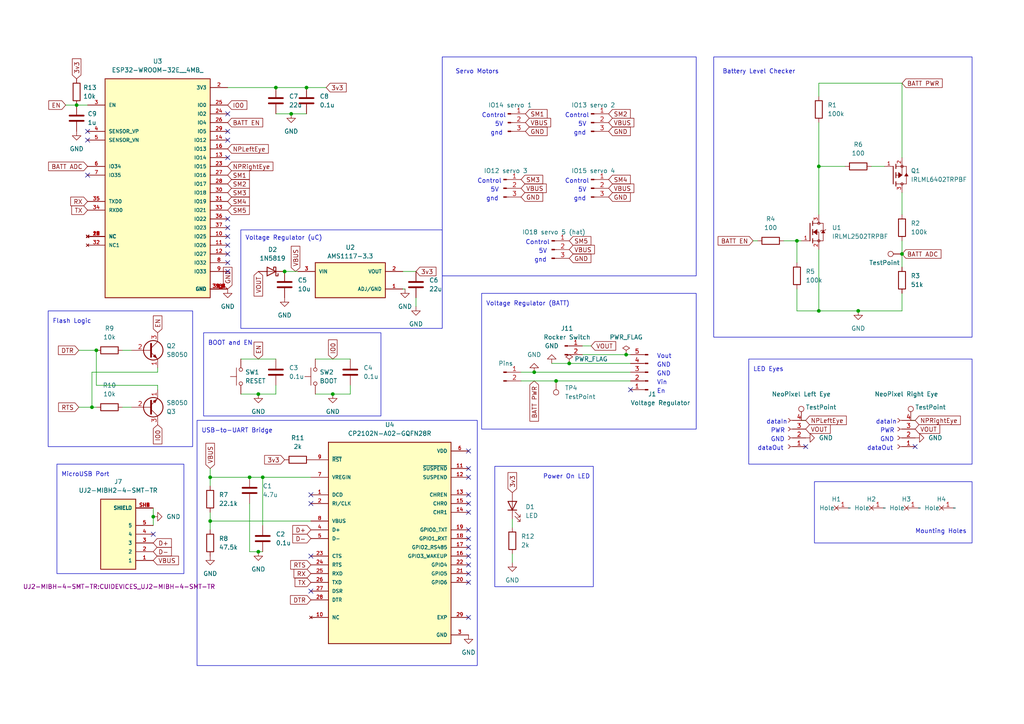
<source format=kicad_sch>
(kicad_sch (version 20231120) (generator "eeschema") (generator_version "8.0")
  (paper "A4")
  (lib_symbols
    (symbol "AMS1117_LDO:AMS1117-3.3" (pin_names (offset 1.016))
      (property "Reference" "U" (at -10.1766 5.5971 0))
      (property "Value" "AMS1117-3.3" (at -10.1692 -8.1354 0))
      (symbol "AMS1117-3.3_0_0"
        (pin power_in line (at 15.24 -2.54 180) (length 5.08) (name "ADJ/GND") (number "1"))
        (pin output line (at 15.24 2.54 180) (length 5.08) (name "VOUT") (number "2"))
        (pin input line (at -15.24 2.54 0) (length 5.08) (name "VIN") (number "3"))
      )
    )
    (symbol "Connector:Conn_01x02_Pin" (pin_names (offset 1.016) hide)
      (property "Reference" "J" (at 0 2.54 0))
      (property "Value" "Conn_01x02_Pin" (at 0 -5.08 0))
      (symbol "Conn_01x02_Pin_1_1"
        (pin passive line (at 5.08 0 180) (length 3.81) (name "Pin_1") (number "1"))
        (pin passive line (at 5.08 -2.54 180) (length 3.81) (name "Pin_2") (number "2"))
      )
    )
    (symbol "Connector:Conn_01x03_Pin" (pin_names (offset 1.016) hide)
      (property "Reference" "J" (at 0 5.08 0))
      (property "Value" "Conn_01x03_Pin" (at 0 -5.08 0))
      (symbol "Conn_01x03_Pin_1_1"
        (pin passive line (at 5.08 2.54 180) (length 3.81) (name "Pin_1") (number "1"))
        (pin passive line (at 5.08 0 180) (length 3.81) (name "Pin_2") (number "2"))
        (pin passive line (at 5.08 -2.54 180) (length 3.81) (name "Pin_3") (number "3"))
      )
    )
    (symbol "Connector:Conn_01x04_Socket" (pin_names (offset 1.016) hide)
      (property "Reference" "J" (at 0 5.08 0))
      (property "Value" "Conn_01x04_Socket" (at 0 -7.62 0))
      (symbol "Conn_01x04_Socket_1_1"
        (pin passive line (at -5.08 2.54 0) (length 3.81) (name "Pin_1") (number "1"))
        (pin passive line (at -5.08 0 0) (length 3.81) (name "Pin_2") (number "2"))
        (pin passive line (at -5.08 -2.54 0) (length 3.81) (name "Pin_3") (number "3"))
        (pin passive line (at -5.08 -5.08 0) (length 3.81) (name "Pin_4") (number "4"))
      )
    )
    (symbol "Connector:Conn_01x05_Pin" (pin_names (offset 1.016) hide)
      (property "Reference" "J" (at 0 7.62 0))
      (property "Value" "Conn_01x05_Pin" (at 0 -7.62 0))
      (symbol "Conn_01x05_Pin_1_1"
        (pin passive line (at 5.08 5.08 180) (length 3.81) (name "Pin_1") (number "1"))
        (pin passive line (at 5.08 2.54 180) (length 3.81) (name "Pin_2") (number "2"))
        (pin passive line (at 5.08 0 180) (length 3.81) (name "Pin_3") (number "3"))
        (pin passive line (at 5.08 -2.54 180) (length 3.81) (name "Pin_4") (number "4"))
        (pin passive line (at 5.08 -5.08 180) (length 3.81) (name "Pin_5") (number "5"))
      )
    )
    (symbol "Connector:TestPoint" (pin_numbers hide) (pin_names (offset 0.762) hide)
      (property "Reference" "TP" (at 0 6.858 0))
      (property "Value" "TestPoint" (at 0 5.08 0))
      (symbol "TestPoint_1_1"
        (pin passive line (at 0 0 90) (length 2.54) (name "1") (number "1"))
      )
    )
    (symbol "Device:C" (pin_numbers hide) (pin_names (offset 0.254))
      (property "Reference" "C" (at 0.635 2.54 0))
      (property "Value" "C" (at 0.635 -2.54 0))
      (symbol "C_1_1"
        (pin passive line (at 0 3.81 270) (length 2.794) (name "~") (number "1"))
        (pin passive line (at 0 -3.81 90) (length 2.794) (name "~") (number "2"))
      )
    )
    (symbol "Device:LED" (pin_numbers hide) (pin_names (offset 1.016) hide)
      (property "Reference" "D" (at 0 2.54 0))
      (property "Value" "LED" (at 0 -2.54 0))
      (symbol "LED_1_1"
        (pin passive line (at -3.81 0 0) (length 2.54) (name "K") (number "1"))
        (pin passive line (at 3.81 0 180) (length 2.54) (name "A") (number "2"))
      )
    )
    (symbol "Device:R" (pin_numbers hide) (pin_names (offset 0))
      (property "Reference" "R" (at 2.032 0 90))
      (property "Value" "R" (at 0 0 90))
      (symbol "R_1_1"
        (pin passive line (at 0 3.81 270) (length 1.27) (name "~") (number "1"))
        (pin passive line (at 0 -3.81 90) (length 1.27) (name "~") (number "2"))
      )
    )
    (symbol "Diode:1N5819" (pin_numbers hide) (pin_names (offset 1.016) hide)
      (property "Reference" "D" (at 0 2.54 0))
      (property "Value" "1N5819" (at 0 -2.54 0))
      (symbol "1N5819_1_1"
        (pin passive line (at -3.81 0 0) (length 2.54) (name "K") (number "1"))
        (pin passive line (at 3.81 0 180) (length 2.54) (name "A") (number "2"))
      )
    )
    (symbol "ECE319K:MountingHole"
      (property "Reference" "H" (at 0 0 0))
      (symbol "MountingHole_1_1"
        (pin power_in non_logic (at 0 0 180) (length 3.81) (name "Hole") (number "1"))
      )
    )
    (symbol "ESP32_WROOM_32E:ESP32-WROOM-32E__4MB_" (pin_names (offset 1.016))
      (property "Reference" "U" (at -15.24 33.909 0))
      (property "Value" "ESP32-WROOM-32E__4MB_" (at -15.24 -33.02 0))
      (symbol "ESP32-WROOM-32E__4MB__0_0"
        (pin power_in line (at 20.32 -27.94 180) (length 5.08) (name "GND") (number "1"))
        (pin bidirectional line (at 20.32 -12.7 180) (length 5.08) (name "IO25") (number "10"))
        (pin bidirectional line (at 20.32 -15.24 180) (length 5.08) (name "IO26") (number "11"))
        (pin bidirectional line (at 20.32 -17.78 180) (length 5.08) (name "IO27") (number "12"))
        (pin bidirectional line (at 20.32 10.16 180) (length 5.08) (name "IO14") (number "13"))
        (pin bidirectional line (at 20.32 15.24 180) (length 5.08) (name "IO12") (number "14"))
        (pin power_in line (at 20.32 -27.94 180) (length 5.08) (name "GND") (number "15"))
        (pin bidirectional line (at 20.32 12.7 180) (length 5.08) (name "IO13") (number "16"))
        (pin no_connect line (at -20.32 -12.7 0) (length 5.08) (name "NC") (number "17"))
        (pin no_connect line (at -20.32 -12.7 0) (length 5.08) (name "NC") (number "18"))
        (pin no_connect line (at -20.32 -12.7 0) (length 5.08) (name "NC") (number "19"))
        (pin power_in line (at 20.32 30.48 180) (length 5.08) (name "3V3") (number "2"))
        (pin no_connect line (at -20.32 -12.7 0) (length 5.08) (name "NC") (number "20"))
        (pin no_connect line (at -20.32 -12.7 0) (length 5.08) (name "NC") (number "21"))
        (pin no_connect line (at -20.32 -12.7 0) (length 5.08) (name "NC") (number "22"))
        (pin bidirectional line (at 20.32 7.62 180) (length 5.08) (name "IO15") (number "23"))
        (pin bidirectional line (at 20.32 22.86 180) (length 5.08) (name "IO2") (number "24"))
        (pin bidirectional line (at 20.32 25.4 180) (length 5.08) (name "IO0") (number "25"))
        (pin bidirectional line (at 20.32 20.32 180) (length 5.08) (name "IO4") (number "26"))
        (pin bidirectional line (at 20.32 5.08 180) (length 5.08) (name "IO16") (number "27"))
        (pin bidirectional line (at 20.32 2.54 180) (length 5.08) (name "IO17") (number "28"))
        (pin bidirectional line (at 20.32 17.78 180) (length 5.08) (name "IO5") (number "29"))
        (pin input line (at -20.32 25.4 0) (length 5.08) (name "EN") (number "3"))
        (pin bidirectional line (at 20.32 0 180) (length 5.08) (name "IO18") (number "30"))
        (pin bidirectional line (at 20.32 -2.54 180) (length 5.08) (name "IO19") (number "31"))
        (pin no_connect line (at -20.32 -15.24 0) (length 5.08) (name "NC1") (number "32"))
        (pin bidirectional line (at 20.32 -5.08 180) (length 5.08) (name "IO21") (number "33"))
        (pin bidirectional line (at -20.32 -5.08 0) (length 5.08) (name "RXD0") (number "34"))
        (pin bidirectional line (at -20.32 -2.54 0) (length 5.08) (name "TXD0") (number "35"))
        (pin bidirectional line (at 20.32 -7.62 180) (length 5.08) (name "IO22") (number "36"))
        (pin bidirectional line (at 20.32 -10.16 180) (length 5.08) (name "IO23") (number "37"))
        (pin power_in line (at 20.32 -27.94 180) (length 5.08) (name "GND") (number "38"))
        (pin power_in line (at 20.32 -27.94 180) (length 5.08) (name "GND") (number "39_1"))
        (pin power_in line (at 20.32 -27.94 180) (length 5.08) (name "GND") (number "39_2"))
        (pin power_in line (at 20.32 -27.94 180) (length 5.08) (name "GND") (number "39_3"))
        (pin power_in line (at 20.32 -27.94 180) (length 5.08) (name "GND") (number "39_4"))
        (pin power_in line (at 20.32 -27.94 180) (length 5.08) (name "GND") (number "39_5"))
        (pin power_in line (at 20.32 -27.94 180) (length 5.08) (name "GND") (number "39_6"))
        (pin power_in line (at 20.32 -27.94 180) (length 5.08) (name "GND") (number "39_7"))
        (pin power_in line (at 20.32 -27.94 180) (length 5.08) (name "GND") (number "39_8"))
        (pin power_in line (at 20.32 -27.94 180) (length 5.08) (name "GND") (number "39_9"))
        (pin input line (at -20.32 17.78 0) (length 5.08) (name "SENSOR_VP") (number "4"))
        (pin input line (at -20.32 15.24 0) (length 5.08) (name "SENSOR_VN") (number "5"))
        (pin input line (at -20.32 7.62 0) (length 5.08) (name "IO34") (number "6"))
        (pin input line (at -20.32 5.08 0) (length 5.08) (name "IO35") (number "7"))
        (pin bidirectional line (at 20.32 -20.32 180) (length 5.08) (name "IO32") (number "8"))
        (pin bidirectional line (at 20.32 -22.86 180) (length 5.08) (name "IO33") (number "9"))
      )
    )
    (symbol "IRLML2502TRPBF:IRLML2502TRPBF" (pin_names (offset 1.016))
      (property "Reference" "U" (at -11.4527 2.5451 0))
      (property "Value" "IRLML2502TRPBF" (at -11.461 0 0))
      (symbol "IRLML2502TRPBF_0_0"
        (pin passive line (at -2.54 -2.54 0) (length 2.54) (name "~") (number "1"))
        (pin passive line (at 2.54 -5.08 90) (length 2.54) (name "~") (number "2"))
        (pin passive line (at 2.54 5.08 270) (length 2.54) (name "~") (number "3"))
      )
    )
    (symbol "IRLML6402TRPBF:IRLML6402TRPBF" (pin_names (offset 1.016))
      (property "Reference" "Q" (at -11.43 3.81 0))
      (property "Value" "IRLML6402TRPBF" (at -11.43 -8.89 0))
      (symbol "IRLML6402TRPBF_0_0"
        (pin passive line (at -5.08 -2.54 0) (length 2.54) (name "~") (number "1"))
        (pin passive line (at 0 -5.08 90) (length 2.54) (name "~") (number "2"))
        (pin passive line (at 0 5.08 270) (length 2.54) (name "~") (number "3"))
      )
    )
    (symbol "MicroUSB_Conn:UJ2-MIBH2-4-SMT-TR" (pin_names (offset 1.016))
      (property "Reference" "J" (at -5.0874 10.1747 0))
      (property "Value" "UJ2-MIBH2-4-SMT-TR" (at -5.0816 -12.704 0))
      (symbol "UJ2-MIBH2-4-SMT-TR_0_0"
        (pin passive line (at -10.16 7.62 0) (length 5.08) (name "1") (number "1"))
        (pin passive line (at -10.16 5.08 0) (length 5.08) (name "2") (number "2"))
        (pin passive line (at -10.16 2.54 0) (length 5.08) (name "3") (number "3"))
        (pin passive line (at -10.16 0 0) (length 5.08) (name "4") (number "4"))
        (pin passive line (at -10.16 -2.54 0) (length 5.08) (name "5") (number "5"))
        (pin passive line (at -10.16 -7.62 0) (length 5.08) (name "SHIELD") (number "SH1"))
        (pin passive line (at -10.16 -7.62 0) (length 5.08) (name "SHIELD") (number "SH2"))
        (pin passive line (at -10.16 -7.62 0) (length 5.08) (name "SHIELD") (number "SH3"))
        (pin passive line (at -10.16 -7.62 0) (length 5.08) (name "SHIELD") (number "SH4"))
        (pin passive line (at -10.16 -7.62 0) (length 5.08) (name "SHIELD") (number "SH5"))
      )
    )
    (symbol "Switch:SW_Push" (pin_numbers hide) (pin_names (offset 1.016) hide)
      (property "Reference" "SW" (at 1.27 2.54 0))
      (property "Value" "SW_Push" (at 0 -1.524 0))
      (symbol "SW_Push_0_1"
        (pin passive line (at -5.08 0 0) (length 2.54) (name "1") (number "1"))
        (pin passive line (at 5.08 0 180) (length 2.54) (name "2") (number "2"))
      )
    )
    (symbol "Transistor_BJT:S8050" (pin_names (offset 0) hide)
      (property "Reference" "Q" (at 5.08 1.905 0))
      (property "Value" "S8050" (at 5.08 0 0))
      (symbol "S8050_1_1"
        (pin passive line (at 2.54 -5.08 90) (length 2.54) (name "E") (number "1"))
        (pin input line (at -5.08 0 0) (length 5.08) (name "B") (number "2"))
        (pin passive line (at 2.54 5.08 270) (length 2.54) (name "C") (number "3"))
      )
    )
    (symbol "USB_UART_Bridge:CP2102N-A02-GQFN28R" (pin_names (offset 1.016))
      (property "Reference" "U" (at -17.78 28.702 0))
      (property "Value" "CP2102N-A02-GQFN28R" (at -17.78 -33.02 0))
      (symbol "CP2102N-A02-GQFN28R_0_0"
        (pin input line (at -22.86 12.7 0) (length 5.08) (name "DCD") (number "1"))
        (pin no_connect line (at -22.86 -22.86 0) (length 5.08) (name "NC") (number "10"))
        (pin output line (at 22.86 20.32 180) (length 5.08) (name "~{SUSPEND}") (number "11"))
        (pin output line (at 22.86 17.78 180) (length 5.08) (name "SUSPEND") (number "12"))
        (pin output line (at 22.86 12.7 180) (length 5.08) (name "CHREN") (number "13"))
        (pin output line (at 22.86 7.62 180) (length 5.08) (name "CHR1") (number "14"))
        (pin output line (at 22.86 10.16 180) (length 5.08) (name "CHR0") (number "15"))
        (pin bidirectional line (at 22.86 -5.08 180) (length 5.08) (name "GPIO3_WAKEUP") (number "16"))
        (pin bidirectional line (at 22.86 -2.54 180) (length 5.08) (name "GPIO2_RS485") (number "17"))
        (pin bidirectional line (at 22.86 0 180) (length 5.08) (name "GPIO1_RXT") (number "18"))
        (pin bidirectional line (at 22.86 2.54 180) (length 5.08) (name "GPIO0_TXT") (number "19"))
        (pin bidirectional line (at -22.86 10.16 0) (length 5.08) (name "RI/CLK") (number "2"))
        (pin bidirectional line (at 22.86 -12.7 180) (length 5.08) (name "GPIO6") (number "20"))
        (pin bidirectional line (at 22.86 -10.16 180) (length 5.08) (name "GPIO5") (number "21"))
        (pin bidirectional line (at 22.86 -7.62 180) (length 5.08) (name "GPIO4") (number "22"))
        (pin input line (at -22.86 -5.08 0) (length 5.08) (name "CTS") (number "23"))
        (pin output line (at -22.86 -7.62 0) (length 5.08) (name "RTS") (number "24"))
        (pin input line (at -22.86 -10.16 0) (length 5.08) (name "RXD") (number "25"))
        (pin output line (at -22.86 -12.7 0) (length 5.08) (name "TXD") (number "26"))
        (pin input line (at -22.86 -15.24 0) (length 5.08) (name "DSR") (number "27"))
        (pin output line (at -22.86 -17.78 0) (length 5.08) (name "DTR") (number "28"))
        (pin power_in line (at 22.86 -22.86 180) (length 5.08) (name "EXP") (number "29"))
        (pin power_in line (at 22.86 -27.94 180) (length 5.08) (name "GND") (number "3"))
        (pin bidirectional line (at -22.86 2.54 0) (length 5.08) (name "D+") (number "4"))
        (pin bidirectional line (at -22.86 0 0) (length 5.08) (name "D-") (number "5"))
        (pin power_in line (at 22.86 25.4 180) (length 5.08) (name "VDD") (number "6"))
        (pin input line (at -22.86 17.78 0) (length 5.08) (name "VREGIN") (number "7"))
        (pin input line (at -22.86 5.08 0) (length 5.08) (name "VBUS") (number "8"))
        (pin input line (at -22.86 22.86 0) (length 5.08) (name "~{RST}") (number "9"))
      )
    )
    (symbol "power:GND" (power) (pin_names (offset 0))
      (property "Value" "GND" (at 0 -3.81 0))
      (symbol "GND_1_1"
        (pin power_in line (at 0 0 270) (length 0) hide (name "GND") (number "1"))
      )
    )
    (symbol "power:PWR_FLAG" (power) (pin_numbers hide) (pin_names (offset 0) hide)
      (property "Value" "PWR_FLAG" (at 0 3.81 0))
      (symbol "PWR_FLAG_0_0"
        (pin power_out line (at 0 0 90) (length 0) (name "pwr") (number "1"))
      )
    )
  )
  (junction (at 248.92 90.17))
  (junction (at 161.29 110.49))
  (junction (at 60.96 151.13))
  (junction (at 76.2 138.43))
  (junction (at 231.14 69.85))
  (junction (at 82.55 78.74))
  (junction (at 237.49 90.17))
  (junction (at 154.94 107.95))
  (junction (at 44.45 149.86))
  (junction (at 72.39 138.43))
  (junction (at 181.61 102.87))
  (junction (at 261.62 73.66))
  (junction (at 237.49 48.26))
  (junction (at 88.9 25.4))
  (junction (at 80.01 25.4))
  (junction (at 165.1 105.41))
  (junction (at 22.225 30.48))
  (junction (at 96.52 114.3))
  (junction (at 74.93 114.3))
  (junction (at 74.93 160.02))
  (junction (at 26.67 118.11))
  (junction (at 27.94 101.6))
  (junction (at 60.96 138.43))
  (junction (at 84.455 33.02))
  (no_connect (at 66.04 63.5))
  (no_connect (at 135.89 153.67))
  (no_connect (at 135.89 163.83))
  (no_connect (at 25.4 38.1))
  (no_connect (at 66.04 33.02))
  (no_connect (at 135.89 146.05))
  (no_connect (at 25.4 50.8))
  (no_connect (at 135.89 161.29))
  (no_connect (at 135.89 130.81))
  (no_connect (at 90.17 143.51))
  (no_connect (at 25.4 40.64))
  (no_connect (at 265.43 129.54))
  (no_connect (at 135.89 138.43))
  (no_connect (at 135.89 148.59))
  (no_connect (at 66.04 38.1))
  (no_connect (at 233.68 129.54))
  (no_connect (at 90.17 171.45))
  (no_connect (at 66.04 76.2))
  (no_connect (at 182.88 113.03))
  (no_connect (at 135.89 168.91))
  (no_connect (at 135.89 135.89))
  (no_connect (at 90.17 146.05))
  (no_connect (at 66.04 71.12))
  (no_connect (at 135.89 156.21))
  (no_connect (at 135.89 179.07))
  (no_connect (at 135.89 166.37))
  (no_connect (at 135.89 143.51))
  (no_connect (at 66.04 40.64))
  (no_connect (at 66.04 78.74))
  (no_connect (at 135.89 158.75))
  (no_connect (at 90.17 161.29))
  (no_connect (at 44.45 154.94))
  (no_connect (at 66.04 68.58))
  (no_connect (at 66.04 73.66))
  (no_connect (at 66.04 45.72))
  (no_connect (at 66.04 66.04))
  (wire (pts (xy 35.56 101.6) (xy 38.1 101.6)))
  (wire (pts (xy 35.56 118.11) (xy 38.1 118.11)))
  (wire (pts (xy 91.44 114.3) (xy 96.52 114.3)))
  (wire (pts (xy 261.62 24.13) (xy 237.49 24.13)))
  (wire (pts (xy 45.72 107.95) (xy 45.72 106.68)))
  (wire (pts (xy 26.67 118.11) (xy 26.67 107.95)))
  (wire (pts (xy 248.92 90.17) (xy 261.62 90.17)))
  (wire (pts (xy 82.55 78.74) (xy 86.36 78.74)))
  (wire (pts (xy 74.93 160.02) (xy 76.2 160.02)))
  (wire (pts (xy 231.14 90.17) (xy 237.49 90.17)))
  (wire (pts (xy 76.2 138.43) (xy 76.2 152.4)))
  (wire (pts (xy 151.13 110.49) (xy 161.29 110.49)))
  (wire (pts (xy 264.16 121.92) (xy 265.43 121.92)))
  (wire (pts (xy 261.62 77.47) (xy 261.62 73.66)))
  (wire (pts (xy 151.13 107.95) (xy 154.94 107.95)))
  (wire (pts (xy 148.59 160.655) (xy 148.59 163.195)))
  (wire (pts (xy 80.01 33.02) (xy 84.455 33.02)))
  (wire (pts (xy 165.1 105.41) (xy 182.88 105.41)))
  (wire (pts (xy 181.61 102.87) (xy 182.88 102.87)))
  (wire (pts (xy 218.44 69.85) (xy 219.71 69.85)))
  (wire (pts (xy 120.65 86.36) (xy 120.65 88.9)))
  (wire (pts (xy 91.44 104.14) (xy 101.6 104.14)))
  (wire (pts (xy 116.84 83.82) (xy 117.475 83.82)))
  (wire (pts (xy 60.96 151.13) (xy 60.96 153.67)))
  (wire (pts (xy 94.615 25.4) (xy 88.9 25.4)))
  (wire (pts (xy 27.94 118.11) (xy 26.67 118.11)))
  (wire (pts (xy 27.94 111.76) (xy 45.72 111.76)))
  (wire (pts (xy 45.72 111.76) (xy 45.72 113.03)))
  (wire (pts (xy 261.62 73.66) (xy 261.62 69.85)))
  (wire (pts (xy 261.62 45.72) (xy 261.62 24.13)))
  (wire (pts (xy 72.39 160.02) (xy 74.93 160.02)))
  (wire (pts (xy 232.41 121.92) (xy 233.68 121.92)))
  (wire (pts (xy 84.455 33.02) (xy 88.9 33.02)))
  (wire (pts (xy 231.14 69.85) (xy 231.14 76.2)))
  (wire (pts (xy 116.84 78.74) (xy 120.65 78.74)))
  (wire (pts (xy 80.01 25.4) (xy 66.04 25.4)))
  (wire (pts (xy 237.49 90.17) (xy 248.92 90.17)))
  (wire (pts (xy 22.86 118.11) (xy 26.67 118.11)))
  (wire (pts (xy 60.96 151.13) (xy 90.17 151.13)))
  (wire (pts (xy 44.45 149.86) (xy 44.45 152.4)))
  (wire (pts (xy 237.49 72.39) (xy 237.49 90.17)))
  (wire (pts (xy 74.93 114.3) (xy 80.01 114.3)))
  (wire (pts (xy 161.29 110.49) (xy 182.88 110.49)))
  (wire (pts (xy 261.62 90.17) (xy 261.62 85.09)))
  (wire (pts (xy 148.59 150.495) (xy 148.59 153.035)))
  (wire (pts (xy 252.73 48.26) (xy 256.54 48.26)))
  (wire (pts (xy 160.02 105.41) (xy 165.1 105.41)))
  (wire (pts (xy 27.94 101.6) (xy 27.94 111.76)))
  (wire (pts (xy 88.9 25.4) (xy 80.01 25.4)))
  (wire (pts (xy 72.39 138.43) (xy 76.2 138.43)))
  (wire (pts (xy 69.85 104.14) (xy 80.01 104.14)))
  (wire (pts (xy 19.05 30.48) (xy 22.225 30.48)))
  (wire (pts (xy 80.01 114.3) (xy 80.01 111.76)))
  (wire (pts (xy 22.225 30.48) (xy 25.4 30.48)))
  (wire (pts (xy 76.2 138.43) (xy 90.17 138.43)))
  (wire (pts (xy 154.94 107.95) (xy 182.88 107.95)))
  (wire (pts (xy 96.52 114.3) (xy 101.6 114.3)))
  (wire (pts (xy 72.39 146.05) (xy 72.39 160.02)))
  (wire (pts (xy 69.85 114.3) (xy 74.93 114.3)))
  (wire (pts (xy 237.49 48.26) (xy 237.49 62.23)))
  (wire (pts (xy 237.49 35.56) (xy 237.49 48.26)))
  (wire (pts (xy 261.62 62.23) (xy 261.62 55.88)))
  (wire (pts (xy 60.96 138.43) (xy 72.39 138.43)))
  (wire (pts (xy 237.49 48.26) (xy 245.11 48.26)))
  (wire (pts (xy 168.91 102.87) (xy 181.61 102.87)))
  (wire (pts (xy 171.45 100.33) (xy 168.91 100.33)))
  (wire (pts (xy 60.96 138.43) (xy 60.96 140.97)))
  (wire (pts (xy 60.96 148.59) (xy 60.96 151.13)))
  (wire (pts (xy 26.67 107.95) (xy 45.72 107.95)))
  (wire (pts (xy 231.14 69.85) (xy 232.41 69.85)))
  (wire (pts (xy 231.14 83.82) (xy 231.14 90.17)))
  (wire (pts (xy 60.96 135.89) (xy 60.96 138.43)))
  (wire (pts (xy 101.6 114.3) (xy 101.6 111.76)))
  (wire (pts (xy 44.45 147.32) (xy 44.45 149.86)))
  (wire (pts (xy 22.86 101.6) (xy 27.94 101.6)))
  (wire (pts (xy 227.33 69.85) (xy 231.14 69.85)))
  (wire (pts (xy 237.49 24.13) (xy 237.49 27.94)))
  (rectangle (start 16.51 134.62) (end 53.34 166.37))
  (rectangle (start 139.7 85.09) (end 201.93 124.46))
  (rectangle (start 217.17 104.14) (end 281.94 134.62))
  (rectangle (start 13.97 90.17) (end 55.88 129.54))
  (rectangle (start 57.15 121.92) (end 138.43 193.04))
  (rectangle (start 207.01 16.51) (end 281.94 97.79))
  (rectangle (start 59.055 96.52) (end 110.49 120.65))
  (rectangle (start 143.51 135.255) (end 172.085 170.18))
  (rectangle (start 69.85 66.675) (end 128.27 95.25))
  (rectangle (start 236.22 139.7) (end 281.94 157.48))
  (rectangle (start 128.27 16.51) (end 201.93 80.01))
  (text "Control\n" (at 152.4 71.12 0) (effects (font (size 1.27 1.27)) (justify left bottom)))
  (text "Control\n" (at 138.43 53.34 0) (effects (font (size 1.27 1.27)) (justify left bottom)))
  (text "GND" (at 255.27 128.27 0) (effects (font (size 1.27 1.27)) (justify left bottom)))
  (text "PWR\n" (at 255.27 125.73 0) (effects (font (size 1.27 1.27)) (justify left bottom)))
  (text "Voltage Regulator (uC)" (at 71.12 69.85 0) (effects (font (size 1.27 1.27)) (justify left bottom)))
  (text "5V\n" (at 142.24 55.88 0) (effects (font (size 1.27 1.27)) (justify left bottom)))
  (text "Control\n" (at 139.7 34.29 0) (effects (font (size 1.27 1.27)) (justify left bottom)))
  (text "dataIn\n" (at 222.25 123.19 0) (effects (font (size 1.27 1.27)) (justify left bottom)))
  (text "GND\n" (at 190.5 109.22 0) (effects (font (size 1.27 1.27)) (justify left bottom)))
  (text "5V\n" (at 167.64 36.83 0) (effects (font (size 1.27 1.27)) (justify left bottom)))
  (text "gnd\n" (at 166.37 39.37 0) (effects (font (size 1.27 1.27)) (justify left bottom)))
  (text "Vout\n" (at 190.5 104.14 0) (effects (font (size 1.27 1.27)) (justify left bottom)))
  (text "Control\n" (at 163.83 53.34 0) (effects (font (size 1.27 1.27)) (justify left bottom)))
  (text "Mounting Holes" (at 265.43 154.94 0) (effects (font (size 1.27 1.27)) (justify left bottom)))
  (text "dataOut\n" (at 251.46 130.81 0) (effects (font (size 1.27 1.27)) (justify left bottom)))
  (text "Flash Logic" (at 15.24 93.98 0) (effects (font (size 1.27 1.27)) (justify left bottom)))
  (text "USB-to-UART Bridge\n" (at 58.42 125.73 0) (effects (font (size 1.27 1.27)) (justify left bottom)))
  (text "LED Eyes\n" (at 218.44 107.95 0) (effects (font (size 1.27 1.27)) (justify left bottom)))
  (text "gnd\n" (at 154.94 76.2 0) (effects (font (size 1.27 1.27)) (justify left bottom)))
  (text "GND" (at 223.52 128.27 0) (effects (font (size 1.27 1.27)) (justify left bottom)))
  (text "Servo Motors\n" (at 132.08 21.59 0) (effects (font (size 1.27 1.27)) (justify left bottom)))
  (text "5V\n" (at 156.21 73.66 0) (effects (font (size 1.27 1.27)) (justify left bottom)))
  (text "PWR\n" (at 223.52 125.73 0) (effects (font (size 1.27 1.27)) (justify left bottom)))
  (text "BOOT and EN" (at 60.325 100.33 0) (effects (font (size 1.27 1.27)) (justify left bottom)))
  (text "gnd\n" (at 142.24 39.37 0) (effects (font (size 1.27 1.27)) (justify left bottom)))
  (text "Voltage Regulator (BATT)\n" (at 140.97 88.9 0) (effects (font (size 1.27 1.27)) (justify left bottom)))
  (text "Battery Level Checker\n" (at 209.55 21.59 0) (effects (font (size 1.27 1.27)) (justify left bottom)))
  (text "Power On LED" (at 157.48 139.065 0) (effects (font (size 1.27 1.27)) (justify left bottom)))
  (text "dataOut\n" (at 219.71 130.81 0) (effects (font (size 1.27 1.27)) (justify left bottom)))
  (text "Control\n" (at 163.83 34.29 0) (effects (font (size 1.27 1.27)) (justify left bottom)))
  (text "5V\n" (at 143.51 36.83 0) (effects (font (size 1.27 1.27)) (justify left bottom)))
  (text "dataIn\n" (at 254 123.19 0) (effects (font (size 1.27 1.27)) (justify left bottom)))
  (text "Vin\n" (at 190.5 111.76 0) (effects (font (size 1.27 1.27)) (justify left bottom)))
  (text "MicroUSB Port" (at 17.78 138.43 0) (effects (font (size 1.27 1.27)) (justify left bottom)))
  (text "5V\n" (at 167.64 55.88 0) (effects (font (size 1.27 1.27)) (justify left bottom)))
  (text "En\n" (at 190.5 114.3 0) (effects (font (size 1.27 1.27)) (justify left bottom)))
  (text "GND\n" (at 190.5 106.68 0) (effects (font (size 1.27 1.27)) (justify left bottom)))
  (text "gnd\n" (at 140.97 58.42 0) (effects (font (size 1.27 1.27)) (justify left bottom)))
  (text "gnd\n" (at 166.37 58.42 0) (effects (font (size 1.27 1.27)) (justify left bottom)))
  (global_label "D+" (shape input) (at 44.45 157.48 0) (property "Intersheetrefs" "${INTERSHEET_REFS}" (effects (hide yes))))
  (global_label "BATT ADC" (shape input) (at 25.4 48.26 180) (property "Intersheetrefs" "${INTERSHEET_REFS}" (effects (hide yes))))
  (global_label "BATT EN" (shape input) (at 218.44 69.85 180) (property "Intersheetrefs" "${INTERSHEET_REFS}" (effects (hide yes))))
  (global_label "VBUS" (shape input) (at 85.725 78.74 90) (property "Intersheetrefs" "${INTERSHEET_REFS}" (effects (hide yes))))
  (global_label "SM5" (shape input) (at 165.1 69.85 0) (property "Intersheetrefs" "${INTERSHEET_REFS}" (effects (hide yes))))
  (global_label "D-" (shape input) (at 44.45 160.02 0) (property "Intersheetrefs" "${INTERSHEET_REFS}" (effects (hide yes))))
  (global_label "VOUT" (shape input) (at 74.93 78.74 270) (property "Intersheetrefs" "${INTERSHEET_REFS}" (effects (hide yes))))
  (global_label "NPRightEye" (shape input) (at 66.04 48.26 0) (property "Intersheetrefs" "${INTERSHEET_REFS}" (effects (hide yes))))
  (global_label "IO0" (shape input) (at 66.04 30.48 0) (property "Intersheetrefs" "${INTERSHEET_REFS}" (effects (hide yes))))
  (global_label "EN" (shape input) (at 74.93 104.14 90) (property "Intersheetrefs" "${INTERSHEET_REFS}" (effects (hide yes))))
  (global_label "NPLeftEye" (shape input) (at 233.68 121.92 0) (property "Intersheetrefs" "${INTERSHEET_REFS}" (effects (hide yes))))
  (global_label "GND" (shape input) (at 176.53 57.15 0) (property "Intersheetrefs" "${INTERSHEET_REFS}" (effects (hide yes))))
  (global_label "SM2" (shape input) (at 176.53 33.02 0) (property "Intersheetrefs" "${INTERSHEET_REFS}" (effects (hide yes))))
  (global_label "TX" (shape input) (at 90.17 168.91 180) (property "Intersheetrefs" "${INTERSHEET_REFS}" (effects (hide yes))))
  (global_label "RX" (shape input) (at 90.17 166.37 180) (property "Intersheetrefs" "${INTERSHEET_REFS}" (effects (hide yes))))
  (global_label "VBUS" (shape input) (at 60.96 135.89 90) (property "Intersheetrefs" "${INTERSHEET_REFS}" (effects (hide yes))))
  (global_label "SM3" (shape input) (at 151.13 52.07 0) (property "Intersheetrefs" "${INTERSHEET_REFS}" (effects (hide yes))))
  (global_label "3v3" (shape input) (at 22.225 22.86 90) (property "Intersheetrefs" "${INTERSHEET_REFS}" (effects (hide yes))))
  (global_label "VOUT" (shape input) (at 233.68 124.46 0) (property "Intersheetrefs" "${INTERSHEET_REFS}" (effects (hide yes))))
  (global_label "DTR" (shape input) (at 22.86 101.6 180) (property "Intersheetrefs" "${INTERSHEET_REFS}" (effects (hide yes))))
  (global_label "IO0" (shape input) (at 45.72 123.19 270) (property "Intersheetrefs" "${INTERSHEET_REFS}" (effects (hide yes))))
  (global_label "SM4" (shape input) (at 66.04 58.42 0) (property "Intersheetrefs" "${INTERSHEET_REFS}" (effects (hide yes))))
  (global_label "3v3" (shape input) (at 82.55 133.35 180) (property "Intersheetrefs" "${INTERSHEET_REFS}" (effects (hide yes))))
  (global_label "RTS" (shape input) (at 90.17 163.83 180) (property "Intersheetrefs" "${INTERSHEET_REFS}" (effects (hide yes))))
  (global_label "VOUT" (shape input) (at 171.45 100.33 0) (property "Intersheetrefs" "${INTERSHEET_REFS}" (effects (hide yes))))
  (global_label "GND" (shape input) (at 151.13 57.15 0) (property "Intersheetrefs" "${INTERSHEET_REFS}" (effects (hide yes))))
  (global_label "GND" (shape input) (at 152.4 38.1 0) (property "Intersheetrefs" "${INTERSHEET_REFS}" (effects (hide yes))))
  (global_label "NPRightEye" (shape input) (at 265.43 121.92 0) (property "Intersheetrefs" "${INTERSHEET_REFS}" (effects (hide yes))))
  (global_label "3v3" (shape input) (at 94.615 25.4 0) (property "Intersheetrefs" "${INTERSHEET_REFS}" (effects (hide yes))))
  (global_label "SM3" (shape input) (at 66.04 55.88 0) (property "Intersheetrefs" "${INTERSHEET_REFS}" (effects (hide yes))))
  (global_label "D+" (shape input) (at 90.17 153.67 180) (property "Intersheetrefs" "${INTERSHEET_REFS}" (effects (hide yes))))
  (global_label "TX" (shape input) (at 25.4 60.96 180) (property "Intersheetrefs" "${INTERSHEET_REFS}" (effects (hide yes))))
  (global_label "GND" (shape input) (at 165.1 74.93 0) (property "Intersheetrefs" "${INTERSHEET_REFS}" (effects (hide yes))))
  (global_label "BATT ADC" (shape input) (at 261.62 73.66 0) (property "Intersheetrefs" "${INTERSHEET_REFS}" (effects (hide yes))))
  (global_label "SM1" (shape input) (at 152.4 33.02 0) (property "Intersheetrefs" "${INTERSHEET_REFS}" (effects (hide yes))))
  (global_label "VOUT" (shape input) (at 265.43 124.46 0) (property "Intersheetrefs" "${INTERSHEET_REFS}" (effects (hide yes))))
  (global_label "VBUS" (shape input) (at 176.53 54.61 0) (property "Intersheetrefs" "${INTERSHEET_REFS}" (effects (hide yes))))
  (global_label "VBUS" (shape input) (at 151.13 54.61 0) (property "Intersheetrefs" "${INTERSHEET_REFS}" (effects (hide yes))))
  (global_label "GND" (shape input) (at 66.04 83.82 90) (property "Intersheetrefs" "${INTERSHEET_REFS}" (effects (hide yes))))
  (global_label "3v3" (shape input) (at 148.59 142.875 90) (property "Intersheetrefs" "${INTERSHEET_REFS}" (effects (hide yes))))
  (global_label "BATT PWR" (shape input) (at 154.94 110.49 270) (property "Intersheetrefs" "${INTERSHEET_REFS}" (effects (hide yes))))
  (global_label "GND" (shape input) (at 176.53 38.1 0) (property "Intersheetrefs" "${INTERSHEET_REFS}" (effects (hide yes))))
  (global_label "DTR" (shape input) (at 90.17 173.99 180) (property "Intersheetrefs" "${INTERSHEET_REFS}" (effects (hide yes))))
  (global_label "BATT EN" (shape input) (at 66.04 35.56 0) (property "Intersheetrefs" "${INTERSHEET_REFS}" (effects (hide yes))))
  (global_label "SM2" (shape input) (at 66.04 53.34 0) (property "Intersheetrefs" "${INTERSHEET_REFS}" (effects (hide yes))))
  (global_label "VBUS" (shape input) (at 152.4 35.56 0) (property "Intersheetrefs" "${INTERSHEET_REFS}" (effects (hide yes))))
  (global_label "VBUS" (shape input) (at 165.1 72.39 0) (property "Intersheetrefs" "${INTERSHEET_REFS}" (effects (hide yes))))
  (global_label "VBUS" (shape input) (at 44.45 162.56 0) (property "Intersheetrefs" "${INTERSHEET_REFS}" (effects (hide yes))))
  (global_label "NPLeftEye" (shape input) (at 66.04 43.18 0) (property "Intersheetrefs" "${INTERSHEET_REFS}" (effects (hide yes))))
  (global_label "EN" (shape input) (at 19.05 30.48 180) (property "Intersheetrefs" "${INTERSHEET_REFS}" (effects (hide yes))))
  (global_label "VBUS" (shape input) (at 176.53 35.56 0) (property "Intersheetrefs" "${INTERSHEET_REFS}" (effects (hide yes))))
  (global_label "RTS" (shape input) (at 22.86 118.11 180) (property "Intersheetrefs" "${INTERSHEET_REFS}" (effects (hide yes))))
  (global_label "RX" (shape input) (at 25.4 58.42 180) (property "Intersheetrefs" "${INTERSHEET_REFS}" (effects (hide yes))))
  (global_label "BATT PWR" (shape input) (at 261.62 24.13 0) (property "Intersheetrefs" "${INTERSHEET_REFS}" (effects (hide yes))))
  (global_label "IO0" (shape input) (at 96.52 104.14 90) (property "Intersheetrefs" "${INTERSHEET_REFS}" (effects (hide yes))))
  (global_label "D-" (shape input) (at 90.17 156.21 180) (property "Intersheetrefs" "${INTERSHEET_REFS}" (effects (hide yes))))
  (global_label "EN" (shape input) (at 45.72 96.52 90) (property "Intersheetrefs" "${INTERSHEET_REFS}" (effects (hide yes))))
  (global_label "3v3" (shape input) (at 120.65 78.74 0) (property "Intersheetrefs" "${INTERSHEET_REFS}" (effects (hide yes))))
  (global_label "SM5" (shape input) (at 66.04 60.96 0) (property "Intersheetrefs" "${INTERSHEET_REFS}" (effects (hide yes))))
  (global_label "SM4" (shape input) (at 176.53 52.07 0) (property "Intersheetrefs" "${INTERSHEET_REFS}" (effects (hide yes))))
  (global_label "SM1" (shape input) (at 66.04 50.8 0) (property "Intersheetrefs" "${INTERSHEET_REFS}" (effects (hide yes))))
  (symbol (lib_id "Connector:Conn_01x03_Pin") (at 146.05 54.61 0) (unit 1)
    (property "Reference" "J4" (effects (hide yes)))
    (property "Value" "IO12 servo 3" (at 146.685 49.53 0))
    (property "Footprint" "Connector_PinHeader_2.54mm:PinHeader_1x03_P2.54mm_Vertical" (effects (hide yes)))
  )
  (symbol (lib_id "ESP32_WROOM_32E:ESP32-WROOM-32E__4MB_") (at 45.72 55.88 0) (unit 1)
    (property "Reference" "U3" (at 45.72 17.78 0))
    (property "Value" "ESP32-WROOM-32E__4MB_" (at 45.72 20.32 0))
    (property "Footprint" "ESP32-WROOM-32E__4MB_:XCVR_ESP32-WROOM-32E__4MB_" (effects (hide yes)))
    (property "Description" "Bluetooth, WiFi 802.11b/g/n, Bluetooth v4.2 +EDR, Class 1, 2 and 3 Transceiver Module 2.4GHz ~ 2.5GHz Integrated, Trace Surface Mount" (effects (hide yes)))
    (property "MF" "Espressif Systems" (effects (hide yes)))
    (property "MAXIMUM_PACKAGE_HEIGHT" "3.25mm" (effects (hide yes)))
    (property "Package" "SMD-44 Espressif Systems" (effects (hide yes)))
    (property "Price" "None" (effects (hide yes)))
    (property "Check_prices" "https://www.snapeda.com/parts/ESP32-WROOM-32E%20(4MB)/Espressif+Systems/view-part/?ref=eda" (effects (hide yes)))
    (property "STANDARD" "Manufacturer Recommendations" (effects (hide yes)))
    (property "PARTREV" "1.4" (effects (hide yes)))
    (property "SnapEDA_Link" "https://www.snapeda.com/parts/ESP32-WROOM-32E%20(4MB)/Espressif+Systems/view-part/?ref=snap" (effects (hide yes)))
    (property "MP" "ESP32-WROOM-32E (4MB)" (effects (hide yes)))
    (property "Availability" "In Stock" (effects (hide yes)))
    (property "MANUFACTURER" "Espressif Systems" (effects (hide yes)))
  )
  (symbol (lib_id "power:GND") (at 135.89 184.15 0) (unit 1)
    (property "Reference" "#PWR012" (effects (hide yes)))
    (property "Value" "GND" (at 135.89 189.23 0))
  )
  (symbol (lib_id "power:GND") (at 74.93 160.02 0) (unit 1)
    (property "Reference" "#PWR011" (effects (hide yes)))
    (property "Value" "GND" (at 74.93 165.1 0))
  )
  (symbol (lib_id "AMS1117_LDO:AMS1117-3.3") (at 101.6 81.28 0) (unit 1)
    (property "Reference" "U2" (at 101.6 71.755 0))
    (property "Value" "AMS1117-3.3" (at 101.6 74.295 0))
    (property "Footprint" "AMS1117-3.3:SOT229P700X180-4N" (effects (hide yes)))
    (property "Description" "Linear Voltage Regulator IC Positive Fixed 1 Output 1A SOT-223-3L" (effects (hide yes)))
    (property "MF" "UMW" (effects (hide yes)))
    (property "PACKAGE" "SOT-223 ams" (effects (hide yes)))
    (property "PRICE" "None" (effects (hide yes)))
    (property "Package" "SOT-223-3L UMW" (effects (hide yes)))
    (property "Check_prices" "https://www.snapeda.com/parts/AMS1117-3.3/UMW/view-part/?ref=eda" (effects (hide yes)))
    (property "STANDARD" "IPC-7351B" (effects (hide yes)))
    (property "PARTREV" "NA" (effects (hide yes)))
    (property "SnapEDA_Link" "https://www.snapeda.com/parts/AMS1117-3.3/UMW/view-part/?ref=snap" (effects (hide yes)))
    (property "MP" "AMS1117-3.3" (effects (hide yes)))
    (property "Price" "None" (effects (hide yes)))
    (property "Availability" "In Stock" (effects (hide yes)))
    (property "AVAILABILITY" "Unavailable" (effects (hide yes)))
    (property "MANUFACTURER" "Advanced Mololithic Systems" (effects (hide yes)))
  )
  (symbol (lib_id "power:PWR_FLAG") (at 165.1 105.41 0) (unit 1)
    (property "Reference" "#FLG02" (effects (hide yes)))
    (property "Value" "PWR_FLAG" (at 171.45 104.14 0))
  )
  (symbol (lib_id "Switch:SW_Push") (at 69.85 109.22 90) (unit 1)
    (property "Reference" "SW1" (at 71.12 107.95 90) (effects (justify right)))
    (property "Value" "RESET" (at 71.12 110.49 90) (effects (justify right)))
    (property "Footprint" "Button_Switch_THT:KSA_Tactile_SPST" (effects (hide yes)))
  )
  (symbol (lib_id "Device:R") (at 261.62 66.04 0) (unit 1)
    (property "Reference" "R2" (at 264.16 64.77 0) (effects (justify left)))
    (property "Value" "100k" (at 264.16 67.31 0) (effects (justify left)))
    (property "Footprint" "Resistor_SMD:R_0805_2012Metric" (effects (hide yes)))
  )
  (symbol (lib_id "MicroUSB_Conn:UJ2-MIBH2-4-SMT-TR") (at 34.29 154.94 180) (unit 1)
    (property "Reference" "J7" (at 34.29 139.7 0))
    (property "Value" "UJ2-MIBH2-4-SMT-TR" (at 34.29 142.24 0))
    (property "Footprint" "UJ2-MIBH-4-SMT-TR:CUIDEVICES_UJ2-MIBH-4-SMT-TR" (at 34.544 169.418 0) (effects (justify bottom)))
    (property "Description" "Micro B, USB 2.0, 480 Mbps, 30 Vac, 1.8 A, Right Angle, Surface Mount, USB Receptacle" (effects (hide yes)))
    (property "MF" "Same Sky" (effects (hide yes)))
    (property "Package" "None" (effects (hide yes)))
    (property "Price" "None" (effects (hide yes)))
    (property "Check_prices" "https://www.snapeda.com/parts/UJ2-MIBH2-4-SMT-TR/Same+Sky/view-part/?ref=eda" (effects (hide yes)))
    (property "STANDARD" "Manufacturer recommendations" (effects (hide yes)))
    (property "PARTREV" "1.0" (effects (hide yes)))
    (property "SnapEDA_Link" "https://www.snapeda.com/parts/UJ2-MIBH2-4-SMT-TR/Same+Sky/view-part/?ref=snap" (effects (hide yes)))
    (property "MP" "UJ2-MIBH2-4-SMT-TR" (effects (hide yes)))
    (property "Availability" "In Stock" (effects (hide yes)))
    (property "MANUFACTURER" "CUI Inc" (effects (hide yes)))
  )
  (symbol (lib_id "Connector:Conn_01x03_Pin") (at 171.45 54.61 0) (unit 1)
    (property "Reference" "J5" (effects (hide yes)))
    (property "Value" "IO15 servo 4" (at 172.085 49.53 0))
    (property "Footprint" "Connector_PinHeader_2.54mm:PinHeader_1x03_P2.54mm_Vertical" (effects (hide yes)))
  )
  (symbol (lib_id "Device:C") (at 72.39 142.24 0) (unit 1)
    (property "Reference" "C1" (at 76.2 140.97 0) (effects (justify left)))
    (property "Value" "4.7u" (at 76.2 143.51 0) (effects (justify left)))
    (property "Footprint" "Capacitor_SMD:C_0805_2012Metric" (effects (hide yes)))
  )
  (symbol (lib_id "power:GND") (at 160.02 105.41 180) (unit 1)
    (property "Reference" "#PWR01" (effects (hide yes)))
    (property "Value" "GND" (at 160.02 100.33 0))
  )
  (symbol (lib_id "Connector:Conn_01x04_Socket") (at 260.35 127 180) (unit 1)
    (property "Reference" "J10" (effects (hide yes)))
    (property "Value" "NeoPixel Right Eye" (at 262.89 114.3 0))
    (property "Footprint" "Connector_PinSocket_2.54mm:PinSocket_1x04_P2.54mm_Vertical" (effects (hide yes)))
  )
  (symbol (lib_id "power:GND") (at 74.93 114.3 0) (unit 1)
    (property "Reference" "#PWR013" (effects (hide yes)))
    (property "Value" "GND" (at 74.93 119.38 0))
  )
  (symbol (lib_id "Device:R") (at 31.75 118.11 270) (unit 1)
    (property "Reference" "R10" (at 31.75 111.76 90))
    (property "Value" "10k" (at 31.75 114.3 90))
    (property "Footprint" "Resistor_SMD:R_0805_2012Metric" (effects (hide yes)))
  )
  (symbol (lib_id "Transistor_BJT:S8050") (at 43.18 101.6 0) (unit 1)
    (property "Reference" "Q2" (at 48.26 100.33 0) (effects (justify left)))
    (property "Value" "S8050" (at 48.26 102.87 0) (effects (justify left)))
    (property "Footprint" "Package_TO_SOT_THT:TO-92_Inline" (effects (hide yes)))
    (property "Datasheet" "http://www.unisonic.com.tw/datasheet/S8050.pdf" (effects (hide yes)))
  )
  (symbol (lib_id "Device:C") (at 22.225 34.29 0) (unit 1)
    (property "Reference" "C9" (at 25.4 33.02 0) (effects (justify left)))
    (property "Value" "1u" (at 25.4 35.56 0) (effects (justify left)))
    (property "Footprint" "Capacitor_SMD:C_0805_2012Metric" (effects (hide yes)))
  )
  (symbol (lib_id "IRLML6402TRPBF:IRLML6402TRPBF") (at 261.62 50.8 0) (mirror x) (unit 1)
    (property "Reference" "Q1" (at 264.16 49.53 0) (effects (justify left)))
    (property "Value" "IRLML6402TRPBF" (at 264.16 52.07 0) (effects (justify left)))
    (property "Footprint" "IRLML6402TRPBF:SOT95P237X112-3N" (effects (hide yes)))
    (property "Description" "P-Channel 20 V 3.7A (Ta) 1.3W (Ta) Surface Mount Micro3â„¢ /SOT-23" (effects (hide yes)))
    (property "MF" "Infineon" (effects (hide yes)))
    (property "Package" "SOT-23-3 ON Semiconductor" (effects (hide yes)))
    (property "Price" "None" (effects (hide yes)))
    (property "Check_prices" "https://www.snapeda.com/parts/IRLML6402TRPBF/Infineon+Technologies/view-part/?ref=eda" (effects (hide yes)))
    (property "STANDARD" "IPC-7351B" (effects (hide yes)))
    (property "PARTREV" "N/A" (effects (hide yes)))
    (property "SnapEDA_Link" "https://www.snapeda.com/parts/IRLML6402TRPBF/Infineon+Technologies/view-part/?ref=snap" (effects (hide yes)))
    (property "MP" "IRLML6402TRPBF" (effects (hide yes)))
    (property "Availability" "In Stock" (effects (hide yes)))
    (property "MANUFACTURER" "International Rectifier" (effects (hide yes)))
  )
  (symbol (lib_id "power:GND") (at 84.455 33.02 0) (unit 1)
    (property "Reference" "#PWR07" (effects (hide yes)))
    (property "Value" "GND" (at 84.455 38.1 0))
  )
  (symbol (lib_id "power:GND") (at 154.94 107.95 180) (unit 1)
    (property "Reference" "#PWR04" (effects (hide yes)))
    (property "Value" "GND" (at 154.94 102.87 0))
  )
  (symbol (lib_id "power:GND") (at 117.475 83.82 0) (unit 1)
    (property "Reference" "#PWR017" (effects (hide yes)))
    (property "Value" "GND" (at 117.475 88.9 0))
  )
  (symbol (lib_id "Device:R") (at 86.36 133.35 90) (unit 1)
    (property "Reference" "R11" (at 86.36 127 90))
    (property "Value" "2k" (at 86.36 129.54 90))
    (property "Footprint" "Resistor_SMD:R_0805_2012Metric" (effects (hide yes)))
  )
  (symbol (lib_id "power:GND") (at 44.45 149.86 90) (unit 1)
    (property "Reference" "#PWR010" (effects (hide yes)))
    (property "Value" "GND" (at 48.26 149.86 90) (effects (justify right)))
  )
  (symbol (lib_id "Connector:TestPoint") (at 161.29 110.49 180) (unit 1)
    (property "Reference" "TP4" (at 163.83 112.522 0) (effects (justify right)))
    (property "Value" "TestPoint" (at 163.83 115.062 0) (effects (justify right)))
    (property "Footprint" "TestPoint:TestPoint_Pad_2.0x2.0mm" (effects (hide yes)))
  )
  (symbol (lib_id "Connector:Conn_01x04_Socket") (at 228.6 127 180) (unit 1)
    (property "Reference" "J9" (effects (hide yes)))
    (property "Value" "NeoPixel Left Eye" (at 232.41 114.3 0))
    (property "Footprint" "Connector_PinSocket_2.54mm:PinSocket_1x04_P2.54mm_Vertical" (effects (hide yes)))
  )
  (symbol (lib_id "Device:R") (at 248.92 48.26 90) (unit 1)
    (property "Reference" "R6" (at 248.92 41.91 90))
    (property "Value" "100" (at 248.92 44.45 90))
    (property "Footprint" "Resistor_SMD:R_0805_2012Metric" (effects (hide yes)))
  )
  (symbol (lib_id "Device:R") (at 261.62 81.28 0) (unit 1)
    (property "Reference" "R3" (at 264.16 80.01 0) (effects (justify left)))
    (property "Value" "51k" (at 264.16 82.55 0) (effects (justify left)))
    (property "Footprint" "Resistor_SMD:R_0805_2012Metric" (effects (hide yes)))
  )
  (symbol (lib_id "Device:R") (at 223.52 69.85 90) (unit 1)
    (property "Reference" "R4" (at 223.52 63.5 90))
    (property "Value" "100" (at 223.52 66.04 90))
    (property "Footprint" "Resistor_SMD:R_0805_2012Metric" (effects (hide yes)))
  )
  (symbol (lib_id "Connector:Conn_01x03_Pin") (at 160.02 72.39 0) (unit 1)
    (property "Reference" "J6" (effects (hide yes)))
    (property "Value" "IO18 servo 5 (hat)" (at 160.655 67.31 0))
    (property "Footprint" "Connector_PinHeader_2.54mm:PinHeader_1x03_P2.54mm_Vertical" (effects (hide yes)))
  )
  (symbol (lib_id "Device:R") (at 231.14 80.01 0) (unit 1)
    (property "Reference" "R5" (at 233.68 78.74 0) (effects (justify left)))
    (property "Value" "100k" (at 233.68 81.28 0) (effects (justify left)))
    (property "Footprint" "Resistor_SMD:R_0805_2012Metric" (effects (hide yes)))
  )
  (symbol (lib_id "power:GND") (at 82.55 86.36 0) (unit 1)
    (property "Reference" "#PWR015" (effects (hide yes)))
    (property "Value" "GND" (at 82.55 91.44 0))
  )
  (symbol (lib_id "Device:R") (at 22.225 26.67 0) (unit 1)
    (property "Reference" "R13" (at 24.13 25.4 0) (effects (justify left)))
    (property "Value" "10k" (at 24.13 27.94 0) (effects (justify left)))
    (property "Footprint" "Resistor_SMD:R_0805_2012Metric" (effects (hide yes)))
  )
  (symbol (lib_id "Transistor_BJT:S8050") (at 43.18 118.11 0) (mirror x) (unit 1)
    (property "Reference" "Q3" (at 48.26 119.38 0) (effects (justify left)))
    (property "Value" "S8050" (at 48.26 116.84 0) (effects (justify left)))
    (property "Footprint" "Package_TO_SOT_THT:TO-92_Inline" (effects (hide yes)))
    (property "Datasheet" "http://www.unisonic.com.tw/datasheet/S8050.pdf" (effects (hide yes)))
  )
  (symbol (lib_id "Device:LED") (at 148.59 146.685 90) (unit 1)
    (property "Reference" "D1" (at 152.4 147.0025 90) (effects (justify right)))
    (property "Value" "LED" (at 152.4 149.5425 90) (effects (justify right)))
    (property "Footprint" "LED_SMD:LED_0805_2012Metric" (effects (hide yes)))
  )
  (symbol (lib_id "power:GND") (at 120.65 88.9 0) (unit 1)
    (property "Reference" "#PWR016" (effects (hide yes)))
    (property "Value" "GND" (at 120.65 93.98 0))
  )
  (symbol (lib_id "ECE319K:MountingHole") (at 276.86 147.32 0) (unit 1)
    (property "Reference" "H4" (at 273.05 144.78 0))
    (property "Value" "~" (at 276.86 147.32 0))
    (property "Footprint" "MountingHole:MountingHole_3.2mm_M3" (effects (hide yes)))
  )
  (symbol (lib_id "Device:C") (at 80.01 107.95 0) (unit 1)
    (property "Reference" "C3" (at 83.82 106.68 0) (effects (justify left)))
    (property "Value" "0.1u" (at 83.82 109.22 0) (effects (justify left)))
    (property "Footprint" "Capacitor_SMD:C_0805_2012Metric" (effects (hide yes)))
  )
  (symbol (lib_id "Connector:Conn_01x03_Pin") (at 147.32 35.56 0) (unit 1)
    (property "Reference" "J2" (effects (hide yes)))
    (property "Value" "IO14 servo 1" (at 147.955 30.48 0))
    (property "Footprint" "Connector_PinHeader_2.54mm:PinHeader_1x03_P2.54mm_Vertical" (effects (hide yes)))
  )
  (symbol (lib_id "power:GND") (at 148.59 163.195 0) (unit 1)
    (property "Reference" "#PWR06" (effects (hide yes)))
    (property "Value" "GND" (at 148.59 168.275 0))
  )
  (symbol (lib_id "Connector:Conn_01x02_Pin") (at 146.05 107.95 0) (unit 1)
    (property "Reference" "J8" (effects (hide yes)))
    (property "Value" "Pins" (at 146.685 105.41 0))
    (property "Footprint" "Connector_PinHeader_2.54mm:PinHeader_1x02_P2.54mm_Vertical" (effects (hide yes)))
  )
  (symbol (lib_id "Connector:TestPoint") (at 261.62 73.66 90) (unit 1)
    (property "Reference" "TP1" (effects (hide yes)))
    (property "Value" "TestPoint" (at 256.54 76.2 90))
    (property "Footprint" "TestPoint:TestPoint_Pad_2.0x2.0mm" (effects (hide yes)))
  )
  (symbol (lib_id "ECE319K:MountingHole") (at 256.54 147.32 0) (unit 1)
    (property "Reference" "H2" (at 252.73 144.78 0))
    (property "Value" "~" (at 256.54 147.32 0))
    (property "Footprint" "MountingHole:MountingHole_3.2mm_M3" (effects (hide yes)))
  )
  (symbol (lib_id "USB_UART_Bridge:CP2102N-A02-GQFN28R") (at 113.03 156.21 0) (unit 1)
    (property "Reference" "U4" (at 113.03 123.19 0))
    (property "Value" "CP2102N-A02-GQFN28R" (at 113.03 125.73 0))
    (property "Footprint" "CP2102N-A02-GQFN28R:IC_CP2102N-A02-GQFN28R" (effects (hide yes)))
    (property "Description" "Full Speed USB to UART Bridge USB 2.0 3.3V T/R Automotive 28-Pin QFN EP" (effects (hide yes)))
    (property "MF" "Silicon Labs" (effects (hide yes)))
    (property "MAXIMUM_PACKAGE_HEIGHT" "0.8 mm" (effects (hide yes)))
    (property "Package" "None" (effects (hide yes)))
    (property "Price" "None" (effects (hide yes)))
    (property "Check_prices" "https://www.snapeda.com/parts/CP2102N-A02-GQFN28R/Silicon+Labs/view-part/?ref=eda" (effects (hide yes)))
    (property "STANDARD" "Manufacturer Recommendations" (effects (hide yes)))
    (property "PARTREV" "1.5" (effects (hide yes)))
    (property "SnapEDA_Link" "https://www.snapeda.com/parts/CP2102N-A02-GQFN28R/Silicon+Labs/view-part/?ref=snap" (effects (hide yes)))
    (property "MP" "CP2102N-A02-GQFN28R" (effects (hide yes)))
    (property "MANUFACTURER" "Silicon Labs" (effects (hide yes)))
    (property "Availability" "In Stock" (effects (hide yes)))
    (property "SNAPEDA_PN" "CP2102N-A02-GQFN28R" (effects (hide yes)))
  )
  (symbol (lib_id "Device:C") (at 88.9 29.21 0) (unit 1)
    (property "Reference" "C8" (at 92.71 27.94 0) (effects (justify left)))
    (property "Value" "0.1u" (at 92.71 30.48 0) (effects (justify left)))
    (property "Footprint" "Capacitor_SMD:C_0805_2012Metric" (effects (hide yes)))
  )
  (symbol (lib_id "Switch:SW_Push") (at 91.44 109.22 90) (unit 1)
    (property "Reference" "SW2" (at 92.71 107.95 90) (effects (justify right)))
    (property "Value" "BOOT" (at 92.71 110.49 90) (effects (justify right)))
    (property "Footprint" "Button_Switch_THT:KSA_Tactile_SPST" (effects (hide yes)))
  )
  (symbol (lib_id "Device:R") (at 60.96 157.48 0) (unit 1)
    (property "Reference" "R8" (at 63.5 156.21 0) (effects (justify left)))
    (property "Value" "47.5k" (at 63.5 158.75 0) (effects (justify left)))
    (property "Footprint" "Resistor_SMD:R_0805_2012Metric" (effects (hide yes)))
  )
  (symbol (lib_id "power:GND") (at 248.92 90.17 0) (unit 1)
    (property "Reference" "#PWR05" (effects (hide yes)))
    (property "Value" "GND" (at 248.92 95.25 0))
  )
  (symbol (lib_id "power:PWR_FLAG") (at 181.61 102.87 0) (unit 1)
    (property "Reference" "#FLG01" (effects (hide yes)))
    (property "Value" "PWR_FLAG" (at 181.61 97.79 0))
  )
  (symbol (lib_id "power:GND") (at 60.96 161.29 0) (unit 1)
    (property "Reference" "#PWR09" (effects (hide yes)))
    (property "Value" "GND" (at 60.96 166.37 0))
  )
  (symbol (lib_id "Device:R") (at 31.75 101.6 270) (unit 1)
    (property "Reference" "R9" (at 31.75 95.25 90))
    (property "Value" "10k" (at 31.75 97.79 90))
    (property "Footprint" "Resistor_SMD:R_0805_2012Metric" (effects (hide yes)))
  )
  (symbol (lib_id "power:GND") (at 22.225 38.1 0) (unit 1)
    (property "Reference" "#PWR018" (effects (hide yes)))
    (property "Value" "GND" (at 22.225 43.18 0))
  )
  (symbol (lib_id "Device:C") (at 101.6 107.95 0) (unit 1)
    (property "Reference" "C4" (at 105.41 106.68 0) (effects (justify left)))
    (property "Value" "0.1u" (at 105.41 109.22 0) (effects (justify left)))
    (property "Footprint" "Capacitor_SMD:C_0805_2012Metric" (effects (hide yes)))
  )
  (symbol (lib_id "Device:R") (at 237.49 31.75 0) (unit 1)
    (property "Reference" "R1" (at 240.03 30.48 0) (effects (justify left)))
    (property "Value" "100k" (at 240.03 33.02 0) (effects (justify left)))
    (property "Footprint" "Resistor_SMD:R_0805_2012Metric" (effects (hide yes)))
  )
  (symbol (lib_id "power:GND") (at 233.68 127 90) (unit 1)
    (property "Reference" "#PWR02" (effects (hide yes)))
    (property "Value" "GND" (at 237.49 127 90) (effects (justify right)))
  )
  (symbol (lib_id "Device:C") (at 82.55 82.55 0) (unit 1)
    (property "Reference" "C5" (at 86.36 81.28 0) (effects (justify left)))
    (property "Value" "10u" (at 86.36 83.82 0) (effects (justify left)))
    (property "Footprint" "Capacitor_SMD:C_0805_2012Metric" (effects (hide yes)))
  )
  (symbol (lib_id "Connector:Conn_01x05_Pin") (at 187.96 107.95 180) (unit 1)
    (property "Reference" "J1" (at 187.96 114.3 0) (effects (justify right)))
    (property "Value" "Voltage Regulator" (at 182.88 116.84 0) (effects (justify right)))
    (property "Footprint" "Connector_PinHeader_2.54mm:PinHeader_1x05_P2.54mm_Vertical" (effects (hide yes)))
  )
  (symbol (lib_id "Device:C") (at 120.65 82.55 0) (unit 1)
    (property "Reference" "C6" (at 124.46 81.28 0) (effects (justify left)))
    (property "Value" "22u" (at 124.46 83.82 0) (effects (justify left)))
    (property "Footprint" "Capacitor_SMD:C_0805_2012Metric" (effects (hide yes)))
  )
  (symbol (lib_id "ECE319K:MountingHole") (at 266.7 147.32 0) (unit 1)
    (property "Reference" "H3" (at 262.89 144.78 0))
    (property "Value" "~" (at 266.7 147.32 0))
    (property "Footprint" "MountingHole:MountingHole_3.2mm_M3" (effects (hide yes)))
  )
  (symbol (lib_id "power:GND") (at 265.43 127 90) (unit 1)
    (property "Reference" "#PWR03" (effects (hide yes)))
    (property "Value" "GND" (at 269.24 127 90) (effects (justify right)))
  )
  (symbol (lib_id "power:GND") (at 66.04 83.82 0) (unit 1)
    (property "Reference" "#PWR08" (effects (hide yes)))
    (property "Value" "GND" (at 66.04 88.9 0))
  )
  (symbol (lib_id "Device:R") (at 60.96 144.78 0) (unit 1)
    (property "Reference" "R7" (at 63.5 143.51 0) (effects (justify left)))
    (property "Value" "22.1k" (at 63.5 146.05 0) (effects (justify left)))
    (property "Footprint" "Resistor_SMD:R_0805_2012Metric" (effects (hide yes)))
  )
  (symbol (lib_id "Connector:Conn_01x02_Pin") (at 163.83 100.33 0) (unit 1)
    (property "Reference" "J11" (at 164.465 95.25 0))
    (property "Value" "Rocker Switch" (at 164.465 97.79 0))
    (property "Footprint" "Connector_PinHeader_2.54mm:PinHeader_1x02_P2.54mm_Vertical" (effects (hide yes)))
  )
  (symbol (lib_id "Connector:TestPoint") (at 232.41 121.92 0) (unit 1)
    (property "Reference" "TP2" (effects (hide yes)))
    (property "Value" "TestPoint" (at 233.68 118.11 0) (effects (justify left)))
    (property "Footprint" "TestPoint:TestPoint_Pad_2.0x2.0mm" (effects (hide yes)))
  )
  (symbol (lib_id "IRLML2502TRPBF:IRLML2502TRPBF") (at 234.95 67.31 0) (unit 1)
    (property "Reference" "U1" (at 241.3 66.04 0) (effects (justify left)))
    (property "Value" "IRLML2502TRPBF" (at 241.3 68.58 0) (effects (justify left)))
    (property "Footprint" "IRLML2502TRPBF:SOT23" (effects (hide yes)))
    (property "Description" "MOSFET, N CHAN, 20V, 4.2A, SOT-23; Transistor Polarity:N Channel; Continuous Drain Current Id:4.2A; Drain Source Voltage Vds:20V; On Resistance Rds(on):0.045ohm; Rds(on) Test Voltage Vgs:4.5V; Threshold Voltage Vgs:1.2V; Power Dissipation Pd:1.25W; Transistor Case Style:SOT-23; No. of Pins:3Pins; Operating Temperature Max:150°C; Product Range:-; Automotive Qualification Standard:-; MSL:-; SVHC:No SVHC (27-Jun-2018); Capacitance Ciss Typ:740pF; Charge Qrr @ Tj = 25°C Typ:8.6nC; Current Id Max:4.2A; Current Idss Max:1µA; Current Temperature:25°C; Device Marking:IRLML2502PBF; External Depth:2.5mm; External Length / Height:1.12mm; External Width:3.05mm; Fall Time tf:26s; Full Power Rating Temperature:25°C; Junction Temperature Tj Max:150°C; Junction Temperature Tj Min:-55°C; N-channel Gate Charge:12nC; No. of Transistors:1; Operating Temperature Min:-55°C; Operating Temperature Range:-55°C to +150°C; Pulse Current Idm:33A; Reverse Recovery Time trr Typ:16ns; Rise Time:10ns; SMD Marking:1G; Tape Width:8mm" (effects (hide yes)))
    (property "MF" "onsemi / Fairchild" (effects (hide yes)))
    (property "Package" "None" (effects (hide yes)))
    (property "Price" "None" (effects (hide yes)))
    (property "SnapEDA_Link" "https://www.snapeda.com/parts/IRLML2502TRPBF/Onsemi/view-part/?ref=snap" (effects (hide yes)))
    (property "MP" "IRLML2502TRPBF" (effects (hide yes)))
    (property "Availability" "In Stock" (effects (hide yes)))
    (property "Check_prices" "https://www.snapeda.com/parts/IRLML2502TRPBF/Onsemi/view-part/?ref=eda" (effects (hide yes)))
  )
  (symbol (lib_id "Connector:Conn_01x03_Pin") (at 171.45 35.56 0) (unit 1)
    (property "Reference" "J3" (effects (hide yes)))
    (property "Value" "IO13 servo 2" (at 172.085 30.48 0))
    (property "Footprint" "Connector_PinHeader_2.54mm:PinHeader_1x03_P2.54mm_Vertical" (effects (hide yes)))
  )
  (symbol (lib_id "Device:R") (at 148.59 156.845 0) (unit 1)
    (property "Reference" "R12" (at 151.13 155.575 0) (effects (justify left)))
    (property "Value" "2k" (at 151.13 158.115 0) (effects (justify left)))
    (property "Footprint" "Resistor_SMD:R_0805_2012Metric" (effects (hide yes)))
  )
  (symbol (lib_id "Diode:1N5819") (at 78.74 78.74 180) (unit 1)
    (property "Reference" "D2" (at 79.0575 72.39 0))
    (property "Value" "1N5819" (at 79.0575 74.93 0))
    (property "Footprint" "Diode_THT:D_DO-41_SOD81_P10.16mm_Horizontal" (effects (hide yes)))
    (property "Datasheet" "http://www.vishay.com/docs/88525/1n5817.pdf" (effects (hide yes)))
  )
  (symbol (lib_id "Connector:TestPoint") (at 264.16 121.92 0) (unit 1)
    (property "Reference" "TP3" (effects (hide yes)))
    (property "Value" "TestPoint" (at 265.43 118.11 0) (effects (justify left)))
    (property "Footprint" "TestPoint:TestPoint_Pad_2.0x2.0mm" (effects (hide yes)))
  )
  (symbol (lib_id "Device:C") (at 80.01 29.21 0) (unit 1)
    (property "Reference" "C7" (at 83.82 27.94 0) (effects (justify left)))
    (property "Value" "22u" (at 83.82 30.48 0) (effects (justify left)))
    (property "Footprint" "Capacitor_SMD:C_0805_2012Metric" (effects (hide yes)))
  )
  (symbol (lib_id "Device:C") (at 76.2 156.21 0) (unit 1)
    (property "Reference" "C2" (at 80.01 154.94 0) (effects (justify left)))
    (property "Value" "0.1u" (at 80.01 157.48 0) (effects (justify left)))
    (property "Footprint" "Capacitor_SMD:C_0805_2012Metric" (effects (hide yes)))
  )
  (symbol (lib_id "power:GND") (at 96.52 114.3 0) (unit 1)
    (property "Reference" "#PWR014" (effects (hide yes)))
    (property "Value" "GND" (at 96.52 119.38 0))
  )
  (symbol (lib_id "ECE319K:MountingHole") (at 246.38 147.32 0) (unit 1)
    (property "Reference" "H1" (at 242.57 144.78 0))
    (property "Value" "~" (at 246.38 147.32 0))
    (property "Footprint" "MountingHole:MountingHole_3.2mm_M3" (effects (hide yes)))
  )
)
</source>
